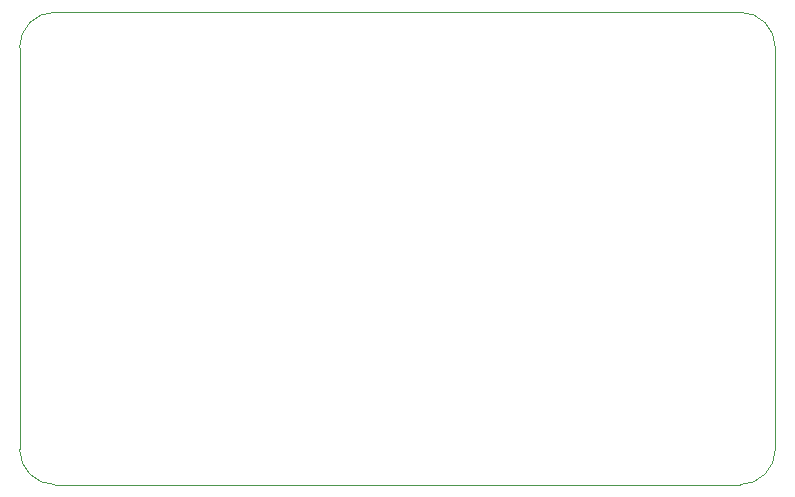
<source format=gbr>
%TF.GenerationSoftware,KiCad,Pcbnew,7.0.2-0*%
%TF.CreationDate,2024-01-05T14:45:17-05:00*%
%TF.ProjectId,WiringHarness,57697269-6e67-4486-9172-6e6573732e6b,rev?*%
%TF.SameCoordinates,Original*%
%TF.FileFunction,Profile,NP*%
%FSLAX46Y46*%
G04 Gerber Fmt 4.6, Leading zero omitted, Abs format (unit mm)*
G04 Created by KiCad (PCBNEW 7.0.2-0) date 2024-01-05 14:45:17*
%MOMM*%
%LPD*%
G01*
G04 APERTURE LIST*
%TA.AperFunction,Profile*%
%ADD10C,0.100000*%
%TD*%
G04 APERTURE END LIST*
D10*
X187997680Y-75750000D02*
X130000000Y-75750000D01*
X130000000Y-115750000D02*
X187997680Y-115750000D01*
X187997680Y-115749980D02*
G75*
G03*
X190997680Y-112750000I20J2999980D01*
G01*
X127000000Y-78750000D02*
X127000000Y-112750000D01*
X190997700Y-78750000D02*
G75*
G03*
X187997680Y-75750000I-3000000J0D01*
G01*
X127000000Y-112750000D02*
G75*
G03*
X130000000Y-115750000I3000000J0D01*
G01*
X190997680Y-112750000D02*
X190997680Y-78750000D01*
X130000000Y-75750000D02*
G75*
G03*
X127000000Y-78750000I0J-3000000D01*
G01*
M02*

</source>
